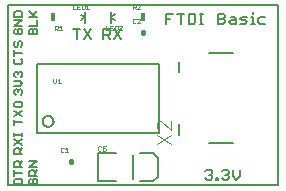
<source format=gto>
G75*
%MOIN*%
%OFA0B0*%
%FSLAX25Y25*%
%IPPOS*%
%LPD*%
%AMOC8*
5,1,8,0,0,1.08239X$1,22.5*
%
%ADD10C,0.00800*%
%ADD11C,0.00500*%
%ADD12C,0.00600*%
%ADD13C,0.01600*%
%ADD14C,0.00100*%
%ADD15C,0.00400*%
%ADD16R,0.01600X0.02800*%
D10*
X0008114Y0006500D02*
X0008114Y0066500D01*
X0098114Y0066500D01*
X0098114Y0006500D01*
X0008114Y0006500D01*
X0038272Y0007776D02*
X0038272Y0017224D01*
X0044177Y0017224D01*
X0052051Y0017224D02*
X0056382Y0017224D01*
X0057957Y0015650D01*
X0057957Y0009350D01*
X0056382Y0007776D01*
X0052051Y0007776D01*
X0044177Y0007776D02*
X0038272Y0007776D01*
X0065122Y0023295D02*
X0065122Y0026839D01*
X0074965Y0020539D02*
X0083232Y0020539D01*
X0065122Y0044161D02*
X0065122Y0047705D01*
X0074965Y0050461D02*
X0083232Y0050461D01*
X0043665Y0061640D02*
X0042506Y0062400D01*
X0042445Y0062500D02*
X0043665Y0063420D01*
X0042445Y0064311D02*
X0042445Y0062500D01*
X0042445Y0060689D01*
X0033783Y0060689D02*
X0033783Y0062500D01*
X0032563Y0061580D01*
X0033783Y0062500D02*
X0033783Y0064311D01*
X0032563Y0063360D02*
X0033723Y0062600D01*
D11*
X0017864Y0062643D02*
X0015162Y0062643D01*
X0016513Y0063093D02*
X0017864Y0064445D01*
X0016963Y0062643D02*
X0015162Y0064445D01*
X0012864Y0063994D02*
X0012414Y0064445D01*
X0010612Y0064445D01*
X0010162Y0063994D01*
X0010162Y0062643D01*
X0012864Y0062643D01*
X0012864Y0063994D01*
X0012864Y0061498D02*
X0010162Y0061498D01*
X0010162Y0059697D02*
X0012864Y0061498D01*
X0012864Y0059697D02*
X0010162Y0059697D01*
X0010612Y0058552D02*
X0010162Y0058101D01*
X0010162Y0057200D01*
X0010612Y0056750D01*
X0012414Y0056750D01*
X0012864Y0057200D01*
X0012864Y0058101D01*
X0012414Y0058552D01*
X0011513Y0058552D01*
X0011513Y0057651D01*
X0015162Y0058101D02*
X0015162Y0056750D01*
X0017864Y0056750D01*
X0017864Y0058101D01*
X0017414Y0058552D01*
X0016963Y0058552D01*
X0016513Y0058101D01*
X0016513Y0056750D01*
X0016513Y0058101D02*
X0016063Y0058552D01*
X0015612Y0058552D01*
X0015162Y0058101D01*
X0015162Y0059697D02*
X0017864Y0059697D01*
X0017864Y0061498D01*
X0012314Y0054445D02*
X0012764Y0053994D01*
X0012764Y0053093D01*
X0012314Y0052643D01*
X0011413Y0053093D02*
X0011413Y0053994D01*
X0011863Y0054445D01*
X0012314Y0054445D01*
X0010512Y0054445D02*
X0010062Y0053994D01*
X0010062Y0053093D01*
X0010512Y0052643D01*
X0010963Y0052643D01*
X0011413Y0053093D01*
X0010062Y0051498D02*
X0010062Y0049697D01*
X0010062Y0050597D02*
X0012764Y0050597D01*
X0012314Y0048552D02*
X0012764Y0048101D01*
X0012764Y0047200D01*
X0012314Y0046750D01*
X0010512Y0046750D01*
X0010062Y0047200D01*
X0010062Y0048101D01*
X0010512Y0048552D01*
X0010612Y0044345D02*
X0010162Y0043894D01*
X0010162Y0042993D01*
X0010612Y0042543D01*
X0011513Y0043444D02*
X0011513Y0043894D01*
X0011963Y0044345D01*
X0012414Y0044345D01*
X0012864Y0043894D01*
X0012864Y0042993D01*
X0012414Y0042543D01*
X0011963Y0041398D02*
X0010162Y0041398D01*
X0011963Y0041398D02*
X0012864Y0040497D01*
X0011963Y0039597D01*
X0010162Y0039597D01*
X0010612Y0038452D02*
X0011063Y0038452D01*
X0011513Y0038001D01*
X0011963Y0038452D01*
X0012414Y0038452D01*
X0012864Y0038001D01*
X0012864Y0037100D01*
X0012414Y0036650D01*
X0011513Y0037551D02*
X0011513Y0038001D01*
X0010612Y0038452D02*
X0010162Y0038001D01*
X0010162Y0037100D01*
X0010612Y0036650D01*
X0010612Y0034245D02*
X0010162Y0033794D01*
X0010162Y0032893D01*
X0010612Y0032443D01*
X0012414Y0032443D01*
X0012864Y0032893D01*
X0012864Y0033794D01*
X0012414Y0034245D01*
X0010612Y0034245D01*
X0010162Y0031298D02*
X0012864Y0029497D01*
X0012864Y0031298D02*
X0010162Y0029497D01*
X0010162Y0028352D02*
X0010162Y0026550D01*
X0010162Y0027451D02*
X0012864Y0027451D01*
X0012864Y0023844D02*
X0012864Y0022943D01*
X0012864Y0023393D02*
X0010162Y0023393D01*
X0010162Y0022943D02*
X0010162Y0023844D01*
X0010162Y0021798D02*
X0012864Y0019997D01*
X0012864Y0018852D02*
X0011963Y0017951D01*
X0011963Y0018401D02*
X0011963Y0017050D01*
X0012864Y0017050D02*
X0010162Y0017050D01*
X0010162Y0018401D01*
X0010612Y0018852D01*
X0011513Y0018852D01*
X0011963Y0018401D01*
X0010162Y0019997D02*
X0012864Y0021798D01*
X0012864Y0014445D02*
X0011963Y0013544D01*
X0011963Y0013994D02*
X0011963Y0012643D01*
X0012864Y0012643D02*
X0010162Y0012643D01*
X0010162Y0013994D01*
X0010612Y0014445D01*
X0011513Y0014445D01*
X0011963Y0013994D01*
X0015162Y0014445D02*
X0017864Y0014445D01*
X0015162Y0012643D01*
X0017864Y0012643D01*
X0017864Y0011498D02*
X0016963Y0010597D01*
X0016963Y0011048D02*
X0016963Y0009697D01*
X0017864Y0009697D02*
X0015162Y0009697D01*
X0015162Y0011048D01*
X0015612Y0011498D01*
X0016513Y0011498D01*
X0016963Y0011048D01*
X0016513Y0008552D02*
X0016513Y0007651D01*
X0016513Y0008552D02*
X0017414Y0008552D01*
X0017864Y0008101D01*
X0017864Y0007200D01*
X0017414Y0006750D01*
X0015612Y0006750D01*
X0015162Y0007200D01*
X0015162Y0008101D01*
X0015612Y0008552D01*
X0012864Y0008101D02*
X0012864Y0006750D01*
X0010162Y0006750D01*
X0010162Y0008101D01*
X0010612Y0008552D01*
X0012414Y0008552D01*
X0012864Y0008101D01*
X0010162Y0009697D02*
X0010162Y0011498D01*
X0010162Y0010597D02*
X0012864Y0010597D01*
X0049614Y0008500D02*
X0049614Y0016500D01*
X0011513Y0043894D02*
X0011063Y0044345D01*
X0010612Y0044345D01*
D12*
X0017642Y0047016D02*
X0017642Y0023984D01*
X0058587Y0023984D01*
X0058587Y0047016D01*
X0017642Y0047016D01*
X0031048Y0055300D02*
X0031048Y0058703D01*
X0029914Y0058703D02*
X0032183Y0058703D01*
X0033597Y0058703D02*
X0035866Y0055300D01*
X0033597Y0055300D02*
X0035866Y0058703D01*
X0039914Y0058703D02*
X0041616Y0058703D01*
X0042183Y0058136D01*
X0042183Y0057001D01*
X0041616Y0056434D01*
X0039914Y0056434D01*
X0041048Y0056434D02*
X0042183Y0055300D01*
X0043597Y0055300D02*
X0045866Y0058703D01*
X0043597Y0058703D02*
X0045866Y0055300D01*
X0039914Y0055300D02*
X0039914Y0058703D01*
X0060914Y0060300D02*
X0060914Y0063703D01*
X0063183Y0063703D01*
X0064597Y0063703D02*
X0066866Y0063703D01*
X0068280Y0063703D02*
X0069982Y0063703D01*
X0070549Y0063136D01*
X0070549Y0060867D01*
X0069982Y0060300D01*
X0068280Y0060300D01*
X0068280Y0063703D01*
X0065732Y0063703D02*
X0065732Y0060300D01*
X0062048Y0062001D02*
X0060914Y0062001D01*
X0071964Y0060300D02*
X0073098Y0060300D01*
X0072531Y0060300D02*
X0072531Y0063703D01*
X0071964Y0063703D02*
X0073098Y0063703D01*
X0078102Y0063703D02*
X0078102Y0060300D01*
X0079804Y0060300D01*
X0080371Y0060867D01*
X0080371Y0061434D01*
X0079804Y0062001D01*
X0078102Y0062001D01*
X0079804Y0062001D02*
X0080371Y0062569D01*
X0080371Y0063136D01*
X0079804Y0063703D01*
X0078102Y0063703D01*
X0082352Y0062569D02*
X0083487Y0062569D01*
X0084054Y0062001D01*
X0084054Y0060300D01*
X0082352Y0060300D01*
X0081785Y0060867D01*
X0082352Y0061434D01*
X0084054Y0061434D01*
X0085468Y0062001D02*
X0086036Y0062569D01*
X0087737Y0062569D01*
X0089152Y0062569D02*
X0089719Y0062569D01*
X0089719Y0060300D01*
X0089152Y0060300D02*
X0090286Y0060300D01*
X0091607Y0060867D02*
X0091607Y0062001D01*
X0092174Y0062569D01*
X0093876Y0062569D01*
X0091607Y0060867D02*
X0092174Y0060300D01*
X0093876Y0060300D01*
X0089719Y0063703D02*
X0089719Y0064270D01*
X0087170Y0061434D02*
X0086036Y0061434D01*
X0085468Y0062001D01*
X0087170Y0061434D02*
X0087737Y0060867D01*
X0087170Y0060300D01*
X0085468Y0060300D01*
X0019671Y0027823D02*
X0019673Y0027908D01*
X0019679Y0027992D01*
X0019689Y0028077D01*
X0019703Y0028160D01*
X0019720Y0028243D01*
X0019742Y0028325D01*
X0019768Y0028406D01*
X0019797Y0028486D01*
X0019830Y0028564D01*
X0019866Y0028640D01*
X0019906Y0028715D01*
X0019950Y0028788D01*
X0019997Y0028859D01*
X0020047Y0028927D01*
X0020100Y0028993D01*
X0020157Y0029056D01*
X0020216Y0029117D01*
X0020278Y0029175D01*
X0020343Y0029230D01*
X0020410Y0029282D01*
X0020479Y0029330D01*
X0020551Y0029375D01*
X0020625Y0029417D01*
X0020701Y0029455D01*
X0020778Y0029490D01*
X0020857Y0029521D01*
X0020937Y0029549D01*
X0021019Y0029572D01*
X0021101Y0029592D01*
X0021184Y0029608D01*
X0021268Y0029620D01*
X0021353Y0029628D01*
X0021438Y0029632D01*
X0021522Y0029632D01*
X0021607Y0029628D01*
X0021692Y0029620D01*
X0021776Y0029608D01*
X0021859Y0029592D01*
X0021941Y0029572D01*
X0022023Y0029549D01*
X0022103Y0029521D01*
X0022182Y0029490D01*
X0022259Y0029455D01*
X0022335Y0029417D01*
X0022409Y0029375D01*
X0022481Y0029330D01*
X0022550Y0029282D01*
X0022617Y0029230D01*
X0022682Y0029175D01*
X0022744Y0029117D01*
X0022803Y0029056D01*
X0022860Y0028993D01*
X0022913Y0028927D01*
X0022963Y0028859D01*
X0023010Y0028788D01*
X0023054Y0028715D01*
X0023094Y0028640D01*
X0023130Y0028564D01*
X0023163Y0028486D01*
X0023192Y0028406D01*
X0023218Y0028325D01*
X0023240Y0028243D01*
X0023257Y0028160D01*
X0023271Y0028077D01*
X0023281Y0027992D01*
X0023287Y0027908D01*
X0023289Y0027823D01*
X0023287Y0027738D01*
X0023281Y0027654D01*
X0023271Y0027569D01*
X0023257Y0027486D01*
X0023240Y0027403D01*
X0023218Y0027321D01*
X0023192Y0027240D01*
X0023163Y0027160D01*
X0023130Y0027082D01*
X0023094Y0027006D01*
X0023054Y0026931D01*
X0023010Y0026858D01*
X0022963Y0026787D01*
X0022913Y0026719D01*
X0022860Y0026653D01*
X0022803Y0026590D01*
X0022744Y0026529D01*
X0022682Y0026471D01*
X0022617Y0026416D01*
X0022550Y0026364D01*
X0022481Y0026316D01*
X0022409Y0026271D01*
X0022335Y0026229D01*
X0022259Y0026191D01*
X0022182Y0026156D01*
X0022103Y0026125D01*
X0022023Y0026097D01*
X0021941Y0026074D01*
X0021859Y0026054D01*
X0021776Y0026038D01*
X0021692Y0026026D01*
X0021607Y0026018D01*
X0021522Y0026014D01*
X0021438Y0026014D01*
X0021353Y0026018D01*
X0021268Y0026026D01*
X0021184Y0026038D01*
X0021101Y0026054D01*
X0021019Y0026074D01*
X0020937Y0026097D01*
X0020857Y0026125D01*
X0020778Y0026156D01*
X0020701Y0026191D01*
X0020625Y0026229D01*
X0020551Y0026271D01*
X0020479Y0026316D01*
X0020410Y0026364D01*
X0020343Y0026416D01*
X0020278Y0026471D01*
X0020216Y0026529D01*
X0020157Y0026590D01*
X0020100Y0026653D01*
X0020047Y0026719D01*
X0019997Y0026787D01*
X0019950Y0026858D01*
X0019906Y0026931D01*
X0019866Y0027006D01*
X0019830Y0027082D01*
X0019797Y0027160D01*
X0019768Y0027240D01*
X0019742Y0027321D01*
X0019720Y0027403D01*
X0019703Y0027486D01*
X0019689Y0027569D01*
X0019679Y0027654D01*
X0019673Y0027738D01*
X0019671Y0027823D01*
X0073914Y0011136D02*
X0074481Y0011703D01*
X0075616Y0011703D01*
X0076183Y0011136D01*
X0076183Y0010569D01*
X0075616Y0010001D01*
X0076183Y0009434D01*
X0076183Y0008867D01*
X0075616Y0008300D01*
X0074481Y0008300D01*
X0073914Y0008867D01*
X0075048Y0010001D02*
X0075616Y0010001D01*
X0077597Y0008867D02*
X0078164Y0008867D01*
X0078164Y0008300D01*
X0077597Y0008300D01*
X0077597Y0008867D01*
X0079439Y0008867D02*
X0080006Y0008300D01*
X0081140Y0008300D01*
X0081707Y0008867D01*
X0081707Y0009434D01*
X0081140Y0010001D01*
X0080573Y0010001D01*
X0081140Y0010001D02*
X0081707Y0010569D01*
X0081707Y0011136D01*
X0081140Y0011703D01*
X0080006Y0011703D01*
X0079439Y0011136D01*
X0083122Y0011703D02*
X0083122Y0009434D01*
X0084256Y0008300D01*
X0085391Y0009434D01*
X0085391Y0011703D01*
D13*
X0029114Y0014380D02*
X0029114Y0014620D01*
X0053114Y0057380D02*
X0053114Y0057620D01*
D14*
X0052138Y0060550D02*
X0051137Y0060550D01*
X0052138Y0061551D01*
X0052138Y0061801D01*
X0051888Y0062051D01*
X0051388Y0062051D01*
X0051137Y0061801D01*
X0050665Y0061801D02*
X0050415Y0062051D01*
X0049914Y0062051D01*
X0049664Y0061801D01*
X0049664Y0060800D01*
X0049914Y0060550D01*
X0050415Y0060550D01*
X0050665Y0060800D01*
X0046192Y0059451D02*
X0045942Y0059701D01*
X0045441Y0059701D01*
X0045191Y0059451D01*
X0044718Y0059451D02*
X0044468Y0059701D01*
X0043718Y0059701D01*
X0043718Y0058200D01*
X0044468Y0058200D01*
X0044718Y0058450D01*
X0044718Y0059451D01*
X0045191Y0058200D02*
X0046192Y0059201D01*
X0046192Y0059451D01*
X0046192Y0058200D02*
X0045191Y0058200D01*
X0043245Y0058200D02*
X0042244Y0058200D01*
X0042244Y0059701D01*
X0043245Y0059701D01*
X0042745Y0058951D02*
X0042244Y0058951D01*
X0041772Y0058200D02*
X0040771Y0058200D01*
X0040771Y0059701D01*
X0035085Y0065300D02*
X0034084Y0065300D01*
X0034584Y0065300D02*
X0034584Y0066801D01*
X0034084Y0066301D01*
X0033612Y0066551D02*
X0033612Y0065550D01*
X0033361Y0065300D01*
X0032611Y0065300D01*
X0032611Y0066801D01*
X0033361Y0066801D01*
X0033612Y0066551D01*
X0032138Y0066801D02*
X0031137Y0066801D01*
X0031137Y0065300D01*
X0032138Y0065300D01*
X0031638Y0066051D02*
X0031137Y0066051D01*
X0030665Y0065300D02*
X0029664Y0065300D01*
X0029664Y0066801D01*
X0025691Y0059701D02*
X0025691Y0058200D01*
X0025191Y0058200D02*
X0026192Y0058200D01*
X0025191Y0059201D02*
X0025691Y0059701D01*
X0024719Y0059451D02*
X0024719Y0058951D01*
X0024468Y0058700D01*
X0023718Y0058700D01*
X0023718Y0058200D02*
X0023718Y0059701D01*
X0024468Y0059701D01*
X0024719Y0059451D01*
X0024218Y0058700D02*
X0024719Y0058200D01*
X0025138Y0042051D02*
X0025138Y0040550D01*
X0025638Y0040550D02*
X0024637Y0040550D01*
X0024165Y0040800D02*
X0024165Y0042051D01*
X0024637Y0041551D02*
X0025138Y0042051D01*
X0024165Y0040800D02*
X0023915Y0040550D01*
X0023414Y0040550D01*
X0023164Y0040800D01*
X0023164Y0042051D01*
X0038414Y0019488D02*
X0038164Y0019238D01*
X0038164Y0018237D01*
X0038414Y0017987D01*
X0038915Y0017987D01*
X0039165Y0018237D01*
X0039637Y0018237D02*
X0039888Y0017987D01*
X0040388Y0017987D01*
X0040638Y0018237D01*
X0040638Y0018738D01*
X0040388Y0018988D01*
X0040138Y0018988D01*
X0039637Y0018738D01*
X0039637Y0019488D01*
X0040638Y0019488D01*
X0039165Y0019238D02*
X0038915Y0019488D01*
X0038414Y0019488D01*
X0028138Y0017550D02*
X0027137Y0017550D01*
X0027638Y0017550D02*
X0027638Y0019051D01*
X0027137Y0018551D01*
X0026665Y0018801D02*
X0026415Y0019051D01*
X0025914Y0019051D01*
X0025664Y0018801D01*
X0025664Y0017800D01*
X0025914Y0017550D01*
X0026415Y0017550D01*
X0026665Y0017800D01*
X0049664Y0065300D02*
X0049664Y0066801D01*
X0050415Y0066801D01*
X0050665Y0066551D01*
X0050665Y0066051D01*
X0050415Y0065800D01*
X0049664Y0065800D01*
X0050165Y0065800D02*
X0050665Y0065300D01*
X0051137Y0065300D02*
X0052138Y0066301D01*
X0052138Y0066551D01*
X0051888Y0066801D01*
X0051388Y0066801D01*
X0051137Y0066551D01*
X0051137Y0065300D02*
X0052138Y0065300D01*
D15*
X0058497Y0027915D02*
X0057730Y0027148D01*
X0057730Y0025613D01*
X0058497Y0024846D01*
X0057730Y0023311D02*
X0062333Y0020242D01*
X0062333Y0023311D02*
X0057730Y0020242D01*
X0062333Y0024846D02*
X0059264Y0027915D01*
X0058497Y0027915D01*
X0062333Y0027915D02*
X0062333Y0024846D01*
D16*
X0053114Y0062500D03*
X0023114Y0062500D03*
M02*

</source>
